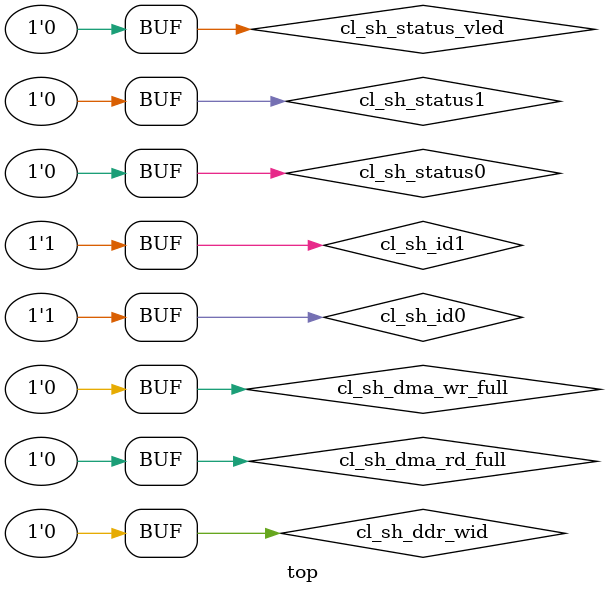
<source format=sv>

module top(
`include "cl_ports.vh"
);

    //
    // clock & reset

    wire       clk_sh   =  clk_main_a0;
    wire       rst_sh_n =  rst_main_n;

    wire       clk_cl;
    reg  [1:0] rst_cl_q;
    wire       rst_cl_n =  rst_cl_q[1];
    wire       rst_cl   = ~rst_cl_n;

    always_ff @(posedge clk_cl or negedge rst_sh_n)
        if (~rst_sh_n)
            rst_cl_q <=  2'b0;
        else
            rst_cl_q <= {rst_cl_q[0], ~sh_cl_flr_assert};

    clk_wiz
    u_clk_wiz (.clk_in  (clk_sh  ),
               .clk_out (clk_cl  ),
               .rst_n   (rst_sh_n));

    // back to sh
    reg  [1:0] flr_q;

    always_ff @(posedge clk_sh or negedge rst_sh_n)
        if (~rst_sh_n)
            flr_q <=  2'b0;
        else
            flr_q <= {flr_q[0], rst_cl};

    // pulse
    assign cl_sh_flr_done = flr_q[0] & ~flr_q[1];


    //
    // instantiations

    wire         ocl_arvalid;
    wire         ocl_arready;
    wire [ 31:0] ocl_araddr;
    wire         ocl_rvalid;
    wire         ocl_rready;
    wire [ 31:0] ocl_rdata;
    wire [  1:0] ocl_rresp;
    wire         ocl_awvalid;
    wire         ocl_awready;
    wire [ 31:0] ocl_awaddr;
    wire         ocl_wvalid;
    wire         ocl_wready;
    wire [ 31:0] ocl_wdata;
    wire [  3:0] ocl_wstrb;
    wire         ocl_bvalid;
    wire         ocl_bready;
    wire [  1:0] ocl_bresp;

    wire         dma_arvalid;
    wire         dma_arready;
    wire [  3:0] dma_arid;
    wire [ 63:0] dma_araddr;
    wire [  7:0] dma_arlen;
    wire [  2:0] dma_arsize;
    wire         dma_rvalid;
    wire         dma_rready;
    wire [  3:0] dma_rid;
    wire [511:0] dma_rdata;
    wire [  1:0] dma_rresp;
    wire         dma_rlast;
    wire         dma_awvalid;
    wire         dma_awready;
    wire [  3:0] dma_awid;
    wire [ 63:0] dma_awaddr;
    wire [  7:0] dma_awlen;
    wire [  2:0] dma_awsize;
    wire         dma_wvalid;
    wire         dma_wready;
    wire [511:0] dma_wdata;
    wire [ 63:0] dma_wstrb;
    wire         dma_wlast;
    wire         dma_bvalid;
    wire         dma_bready;
    wire [  3:0] dma_bid;
    wire [  1:0] dma_bresp;

    wire         mem_arvalid;
    wire         mem_arready;
    wire [ 15:0] mem_arid;
    wire [ 33:0] mem_araddr;
    wire [  7:0] mem_arlen;
    wire [  2:0] mem_arsize;
    wire [  1:0] mem_arburst;
    wire         mem_rvalid;
    wire         mem_rready;
    wire [ 15:0] mem_rid;
    wire [511:0] mem_rdata;
    wire [  1:0] mem_rresp;
    wire         mem_rlast;
    wire         mem_awvalid;
    wire         mem_awready;
    wire [ 15:0] mem_awid;
    wire [ 33:0] mem_awaddr;
    wire [  7:0] mem_awlen;
    wire [  2:0] mem_awsize;
    wire [  1:0] mem_awburst;
    wire         mem_wvalid;
    wire         mem_wready;
    wire [511:0] mem_wdata;
    wire [ 63:0] mem_wstrb;
    wire         mem_wlast;
    wire         mem_bvalid;
    wire         mem_bready;
    wire [ 15:0] mem_bid;
    wire [  1:0] mem_bresp;

    axi_clk_ocl
    u_axi_clk_ocl (.s_axi_aclk               (clk_sh                ),
                   .s_axi_aresetn            (rst_sh_n              ),
                   .s_axi_awaddr             (sh_ocl_awaddr         ),
                   .s_axi_awprot             (3'b0                  ),
                   .s_axi_awvalid            (sh_ocl_awvalid        ),
                   .s_axi_awready            (ocl_sh_awready        ),
                   .s_axi_wdata              (sh_ocl_wdata          ),
                   .s_axi_wstrb              (sh_ocl_wstrb          ),
                   .s_axi_wvalid             (sh_ocl_wvalid         ),
                   .s_axi_wready             (ocl_sh_wready         ),
                   .s_axi_bresp              (ocl_sh_bresp          ),
                   .s_axi_bvalid             (ocl_sh_bvalid         ),
                   .s_axi_bready             (sh_ocl_bready         ),
                   .s_axi_araddr             (sh_ocl_araddr         ),
                   .s_axi_arprot             (3'b0                  ),
                   .s_axi_arvalid            (sh_ocl_arvalid        ),
                   .s_axi_arready            (ocl_sh_arready        ),
                   .s_axi_rdata              (ocl_sh_rdata          ),
                   .s_axi_rresp              (ocl_sh_rresp          ),
                   .s_axi_rvalid             (ocl_sh_rvalid         ),
                   .s_axi_rready             (sh_ocl_rready         ),
                   .m_axi_aclk               (clk_cl                ),
                   .m_axi_aresetn            (rst_cl_n              ),
                   .m_axi_awaddr             (ocl_awaddr            ),
                   .m_axi_awprot             (                      ),
                   .m_axi_awvalid            (ocl_awvalid           ),
                   .m_axi_awready            (ocl_awready           ),
                   .m_axi_wdata              (ocl_wdata             ),
                   .m_axi_wstrb              (ocl_wstrb             ),
                   .m_axi_wvalid             (ocl_wvalid            ),
                   .m_axi_wready             (ocl_wready            ),
                   .m_axi_bresp              (ocl_bresp             ),
                   .m_axi_bvalid             (ocl_bvalid            ),
                   .m_axi_bready             (ocl_bready            ),
                   .m_axi_araddr             (ocl_araddr            ),
                   .m_axi_arprot             (                      ),
                   .m_axi_arvalid            (ocl_arvalid           ),
                   .m_axi_arready            (ocl_arready           ),
                   .m_axi_rdata              (ocl_rdata             ),
                   .m_axi_rresp              (ocl_rresp             ),
                   .m_axi_rvalid             (ocl_rvalid            ),
                   .m_axi_rready             (ocl_rready            ));

    axi_clk_dma
    u_axi_clk_dma (.s_axi_aclk               (clk_sh                ),
                   .s_axi_aresetn            (rst_sh_n              ),
                   .s_axi_awid               (sh_cl_dma_pcis_awid   ),
                   .s_axi_awaddr             (sh_cl_dma_pcis_awaddr ),
                   .s_axi_awlen              (sh_cl_dma_pcis_awlen  ),
                   .s_axi_awsize             (sh_cl_dma_pcis_awsize ),
                   .s_axi_awburst            (2'b1                  ),
                   .s_axi_awlock             (1'b0                  ),
                   .s_axi_awcache            (4'b0                  ),
                   .s_axi_awprot             (3'b0                  ),
                   .s_axi_awregion           (4'b0                  ),
                   .s_axi_awqos              (4'b0                  ),
                   .s_axi_awvalid            (sh_cl_dma_pcis_awvalid),
                   .s_axi_awready            (cl_sh_dma_pcis_awready),
                   .s_axi_wdata              (sh_cl_dma_pcis_wdata  ),
                   .s_axi_wstrb              (sh_cl_dma_pcis_wstrb  ),
                   .s_axi_wlast              (sh_cl_dma_pcis_wlast  ),
                   .s_axi_wvalid             (sh_cl_dma_pcis_wvalid ),
                   .s_axi_wready             (cl_sh_dma_pcis_wready ),
                   .s_axi_bid                (cl_sh_dma_pcis_bid    ),
                   .s_axi_bresp              (cl_sh_dma_pcis_bresp  ),
                   .s_axi_bvalid             (cl_sh_dma_pcis_bvalid ),
                   .s_axi_bready             (sh_cl_dma_pcis_bready ),
                   .s_axi_arid               (sh_cl_dma_pcis_arid   ),
                   .s_axi_araddr             (sh_cl_dma_pcis_araddr ),
                   .s_axi_arlen              (sh_cl_dma_pcis_arlen  ),
                   .s_axi_arsize             (sh_cl_dma_pcis_arsize ),
                   .s_axi_arburst            (2'b1                  ),
                   .s_axi_arlock             (1'b0                  ),
                   .s_axi_arcache            (4'b0                  ),
                   .s_axi_arprot             (3'b0                  ),
                   .s_axi_arregion           (4'b0                  ),
                   .s_axi_arqos              (4'b0                  ),
                   .s_axi_arvalid            (sh_cl_dma_pcis_arvalid),
                   .s_axi_arready            (cl_sh_dma_pcis_arready),
                   .s_axi_rid                (cl_sh_dma_pcis_rid    ),
                   .s_axi_rdata              (cl_sh_dma_pcis_rdata  ),
                   .s_axi_rresp              (cl_sh_dma_pcis_rresp  ),
                   .s_axi_rlast              (cl_sh_dma_pcis_rlast  ),
                   .s_axi_rvalid             (cl_sh_dma_pcis_rvalid ),
                   .s_axi_rready             (sh_cl_dma_pcis_rready ),
                   .m_axi_aclk               (clk_cl                ),
                   .m_axi_aresetn            (rst_cl_n              ),
                   .m_axi_awid               (dma_awid              ),
                   .m_axi_awaddr             (dma_awaddr            ),
                   .m_axi_awlen              (dma_awlen             ),
                   .m_axi_awsize             (dma_awsize            ),
                   .m_axi_awburst            (                      ),
                   .m_axi_awlock             (                      ),
                   .m_axi_awcache            (                      ),
                   .m_axi_awprot             (                      ),
                   .m_axi_awregion           (                      ),
                   .m_axi_awqos              (                      ),
                   .m_axi_awvalid            (dma_awvalid           ),
                   .m_axi_awready            (dma_awready           ),
                   .m_axi_wdata              (dma_wdata             ),
                   .m_axi_wstrb              (dma_wstrb             ),
                   .m_axi_wlast              (dma_wlast             ),
                   .m_axi_wvalid             (dma_wvalid            ),
                   .m_axi_wready             (dma_wready            ),
                   .m_axi_bid                (dma_bid               ),
                   .m_axi_bresp              (dma_bresp             ),
                   .m_axi_bvalid             (dma_bvalid            ),
                   .m_axi_bready             (dma_bready            ),
                   .m_axi_arid               (dma_arid              ),
                   .m_axi_araddr             (dma_araddr            ),
                   .m_axi_arlen              (dma_arlen             ),
                   .m_axi_arsize             (dma_arsize            ),
                   .m_axi_arburst            (                      ),
                   .m_axi_arlock             (                      ),
                   .m_axi_arcache            (                      ),
                   .m_axi_arprot             (                      ),
                   .m_axi_arregion           (                      ),
                   .m_axi_arqos              (                      ),
                   .m_axi_arvalid            (dma_arvalid           ),
                   .m_axi_arready            (dma_arready           ),
                   .m_axi_rid                (dma_rid               ),
                   .m_axi_rdata              (dma_rdata             ),
                   .m_axi_rresp              (dma_rresp             ),
                   .m_axi_rlast              (dma_rlast             ),
                   .m_axi_rvalid             (dma_rvalid            ),
                   .m_axi_rready             (dma_rready            ));

    assign cl_sh_dma_rd_full = 1'b0;
    assign cl_sh_dma_wr_full = 1'b0;

    axi_clk_mem
    u_axi_clk_mem (.s_axi_aclk               (clk_cl                ),
                   .s_axi_aresetn            (rst_cl_n              ),
                   .s_axi_awid               (mem_awid              ),
                   .s_axi_awaddr             (mem_awaddr            ),
                   .s_axi_awlen              (mem_awlen             ),
                   .s_axi_awsize             (mem_awsize            ),
                   .s_axi_awburst            (mem_awburst           ),
                   .s_axi_awlock             (1'b0                  ),
                   .s_axi_awcache            (4'b0                  ),
                   .s_axi_awprot             (3'b0                  ),
                   .s_axi_awregion           (4'b0                  ),
                   .s_axi_awqos              (4'b0                  ),
                   .s_axi_awvalid            (mem_awvalid           ),
                   .s_axi_awready            (mem_awready           ),
                   .s_axi_wdata              (mem_wdata             ),
                   .s_axi_wstrb              (mem_wstrb             ),
                   .s_axi_wlast              (mem_wlast             ),
                   .s_axi_wvalid             (mem_wvalid            ),
                   .s_axi_wready             (mem_wready            ),
                   .s_axi_bid                (mem_bid               ),
                   .s_axi_bresp              (mem_bresp             ),
                   .s_axi_bvalid             (mem_bvalid            ),
                   .s_axi_bready             (mem_bready            ),
                   .s_axi_arid               (mem_arid              ),
                   .s_axi_araddr             (mem_araddr            ),
                   .s_axi_arlen              (mem_arlen             ),
                   .s_axi_arsize             (mem_arsize            ),
                   .s_axi_arburst            (mem_arburst           ),
                   .s_axi_arlock             (1'b0                  ),
                   .s_axi_arcache            (4'b0                  ),
                   .s_axi_arprot             (3'b0                  ),
                   .s_axi_arregion           (4'b0                  ),
                   .s_axi_arqos              (4'b0                  ),
                   .s_axi_arvalid            (mem_arvalid           ),
                   .s_axi_arready            (mem_arready           ),
                   .s_axi_rid                (mem_rid               ),
                   .s_axi_rdata              (mem_rdata             ),
                   .s_axi_rresp              (mem_rresp             ),
                   .s_axi_rlast              (mem_rlast             ),
                   .s_axi_rvalid             (mem_rvalid            ),
                   .s_axi_rready             (mem_rready            ),
                   .m_axi_aclk               (clk_sh                ),
                   .m_axi_aresetn            (rst_sh_n              ),
                   .m_axi_awid               (cl_sh_ddr_awid        ),
                   .m_axi_awaddr             (cl_sh_ddr_awaddr[33:0]),
                   .m_axi_awlen              (cl_sh_ddr_awlen       ),
                   .m_axi_awsize             (cl_sh_ddr_awsize      ),
                   .m_axi_awburst            (cl_sh_ddr_awburst     ),
                   .m_axi_awlock             (                      ),
                   .m_axi_awcache            (                      ),
                   .m_axi_awprot             (                      ),
                   .m_axi_awregion           (                      ),
                   .m_axi_awqos              (                      ),
                   .m_axi_awvalid            (cl_sh_ddr_awvalid     ),
                   .m_axi_awready            (sh_cl_ddr_awready     ),
                   .m_axi_wdata              (cl_sh_ddr_wdata       ),
                   .m_axi_wstrb              (cl_sh_ddr_wstrb       ),
                   .m_axi_wlast              (cl_sh_ddr_wlast       ),
                   .m_axi_wvalid             (cl_sh_ddr_wvalid      ),
                   .m_axi_wready             (sh_cl_ddr_wready      ),
                   .m_axi_bid                (sh_cl_ddr_bid         ),
                   .m_axi_bresp              (sh_cl_ddr_bresp       ),
                   .m_axi_bvalid             (sh_cl_ddr_bvalid      ),
                   .m_axi_bready             (cl_sh_ddr_bready      ),
                   .m_axi_arid               (cl_sh_ddr_arid        ),
                   .m_axi_araddr             (cl_sh_ddr_araddr[33:0]),
                   .m_axi_arlen              (cl_sh_ddr_arlen       ),
                   .m_axi_arsize             (cl_sh_ddr_arsize      ),
                   .m_axi_arburst            (cl_sh_ddr_arburst     ),
                   .m_axi_arlock             (                      ),
                   .m_axi_arcache            (                      ),
                   .m_axi_arprot             (                      ),
                   .m_axi_arregion           (                      ),
                   .m_axi_arqos              (                      ),
                   .m_axi_arvalid            (cl_sh_ddr_arvalid     ),
                   .m_axi_arready            (sh_cl_ddr_arready     ),
                   .m_axi_rid                (sh_cl_ddr_rid         ),
                   .m_axi_rdata              (sh_cl_ddr_rdata       ),
                   .m_axi_rresp              (sh_cl_ddr_rresp       ),
                   .m_axi_rlast              (sh_cl_ddr_rlast       ),
                   .m_axi_rvalid             (sh_cl_ddr_rvalid      ),
                   .m_axi_rready             (cl_sh_ddr_rready      ));

    assign cl_sh_ddr_araddr[63:34] = 30'b0;
    assign cl_sh_ddr_awaddr[63:34] = 30'b0;
    assign cl_sh_ddr_wid           = 16'b0;

    F1Shim
    u_dut         (.clock                    (clk_cl                ),
                   .reset                    (rst_cl                ),
                   .io_master_aw_ready       (ocl_awready           ),
                   .io_master_aw_valid       (ocl_awvalid           ),
                   .io_master_aw_bits_addr   (ocl_awaddr            ),
                   .io_master_aw_bits_len    (8'b0                  ),
                   .io_master_aw_bits_size   (3'h2                  ),
                   .io_master_aw_bits_burst  (2'b1                  ),
                   .io_master_aw_bits_lock   (1'b0                  ),
                   .io_master_aw_bits_cache  (4'b0                  ),
                   .io_master_aw_bits_prot   (3'b0                  ),
                   .io_master_aw_bits_qos    (4'b0                  ),
                   .io_master_aw_bits_region (4'b0                  ),
                   .io_master_aw_bits_user   (1'b0                  ),
                   .io_master_w_ready        (ocl_wready            ),
                   .io_master_w_valid        (ocl_wvalid            ),
                   .io_master_w_bits_data    (ocl_wdata             ),
                   .io_master_w_bits_last    (1'b1                  ),
                   .io_master_w_bits_strb    (ocl_wstrb             ),
                   .io_master_w_bits_user    (1'b0                  ),
                   .io_master_b_ready        (ocl_bready            ),
                   .io_master_b_valid        (ocl_bvalid            ),
                   .io_master_b_bits_resp    (ocl_bresp             ),
                   .io_master_b_bits_user    (                      ),
                   .io_master_ar_ready       (ocl_arready           ),
                   .io_master_ar_valid       (ocl_arvalid           ),
                   .io_master_ar_bits_addr   (ocl_araddr            ),
                   .io_master_ar_bits_len    (8'b0                  ),
                   .io_master_ar_bits_size   (3'h2                  ),
                   .io_master_ar_bits_burst  (2'b1                  ),
                   .io_master_ar_bits_lock   (1'b0                  ),
                   .io_master_ar_bits_cache  (4'b0                  ),
                   .io_master_ar_bits_prot   (3'b0                  ),
                   .io_master_ar_bits_qos    (4'b0                  ),
                   .io_master_ar_bits_region (4'b0                  ),
                   .io_master_ar_bits_user   (1'b0                  ),
                   .io_master_r_ready        (ocl_rready            ),
                   .io_master_r_valid        (ocl_rvalid            ),
                   .io_master_r_bits_resp    (ocl_rresp             ),
                   .io_master_r_bits_data    (ocl_rdata             ),
                   .io_master_r_bits_last    (                      ),
                   .io_master_r_bits_user    (                      ),
                   .io_dma_aw_ready          (dma_awready           ),
                   .io_dma_aw_valid          (dma_awvalid           ),
                   .io_dma_aw_bits_addr      (dma_awaddr            ),
                   .io_dma_aw_bits_len       (dma_awlen             ),
                   .io_dma_aw_bits_size      (dma_awsize            ),
                   .io_dma_aw_bits_burst     (2'b1                  ),
                   .io_dma_aw_bits_lock      (1'b0                  ),
                   .io_dma_aw_bits_cache     (4'b0                  ),
                   .io_dma_aw_bits_prot      (3'b0                  ),
                   .io_dma_aw_bits_qos       (4'b0                  ),
                   .io_dma_aw_bits_region    (4'b0                  ),
                   .io_dma_aw_bits_id        (dma_awid              ),
                   .io_dma_aw_bits_user      (1'b0                  ),
                   .io_dma_w_ready           (dma_wready            ),
                   .io_dma_w_valid           (dma_wvalid            ),
                   .io_dma_w_bits_data       (dma_wdata             ),
                   .io_dma_w_bits_last       (dma_wlast             ),
                   .io_dma_w_bits_id         (                      ),
                   .io_dma_w_bits_strb       (dma_wstrb             ),
                   .io_dma_w_bits_user       (1'b0                  ),
                   .io_dma_b_ready           (dma_bready            ),
                   .io_dma_b_valid           (dma_bvalid            ),
                   .io_dma_b_bits_resp       (dma_bresp             ),
                   .io_dma_b_bits_id         (dma_bid               ),
                   .io_dma_b_bits_user       (                      ),
                   .io_dma_ar_ready          (dma_arready           ),
                   .io_dma_ar_valid          (dma_arvalid           ),
                   .io_dma_ar_bits_addr      (dma_araddr            ),
                   .io_dma_ar_bits_len       (dma_arlen             ),
                   .io_dma_ar_bits_size      (dma_arsize            ),
                   .io_dma_ar_bits_burst     (2'b1                  ),
                   .io_dma_ar_bits_lock      (1'b0                  ),
                   .io_dma_ar_bits_cache     (4'b0                  ),
                   .io_dma_ar_bits_prot      (3'b0                  ),
                   .io_dma_ar_bits_qos       (4'b0                  ),
                   .io_dma_ar_bits_region    (4'b0                  ),
                   .io_dma_ar_bits_id        (dma_arid              ),
                   .io_dma_ar_bits_user      (1'b0                  ),
                   .io_dma_r_ready           (dma_rready            ),
                   .io_dma_r_valid           (dma_rvalid            ),
                   .io_dma_r_bits_resp       (dma_rresp             ),
                   .io_dma_r_bits_data       (dma_rdata             ),
                   .io_dma_r_bits_last       (dma_rlast             ),
                   .io_dma_r_bits_id         (dma_rid               ),
                   .io_dma_r_bits_user       (                      ),
                   .io_slave_3_aw_ready      (1'b1                  ),
                   .io_slave_3_aw_valid      (                      ),
                   .io_slave_3_aw_bits_id    (                      ),
                   .io_slave_3_aw_bits_addr  (                      ),
                   .io_slave_3_aw_bits_len   (                      ),
                   .io_slave_3_aw_bits_size  (                      ),
                   .io_slave_3_aw_bits_burst (                      ),
                   .io_slave_3_aw_bits_lock  (                      ),
                   .io_slave_3_aw_bits_cache (                      ),
                   .io_slave_3_aw_bits_prot  (                      ),
                   .io_slave_3_aw_bits_qos   (                      ),
                   .io_slave_3_w_ready       (1'b1                  ),
                   .io_slave_3_w_valid       (                      ),
                   .io_slave_3_w_bits_data   (                      ),
                   .io_slave_3_w_bits_strb   (                      ),
                   .io_slave_3_w_bits_last   (                      ),
                   .io_slave_3_b_ready       (                      ),
                   .io_slave_3_b_valid       (1'b0                  ),
                   .io_slave_3_b_bits_id     (                      ),
                   .io_slave_3_b_bits_resp   (                      ),
                   .io_slave_3_ar_ready      (1'b1                  ),
                   .io_slave_3_ar_valid      (                      ),
                   .io_slave_3_ar_bits_id    (                      ),
                   .io_slave_3_ar_bits_addr  (                      ),
                   .io_slave_3_ar_bits_len   (                      ),
                   .io_slave_3_ar_bits_size  (                      ),
                   .io_slave_3_ar_bits_burst (                      ),
                   .io_slave_3_ar_bits_lock  (                      ),
                   .io_slave_3_ar_bits_cache (                      ),
                   .io_slave_3_ar_bits_prot  (                      ),
                   .io_slave_3_ar_bits_qos   (                      ),
                   .io_slave_3_r_ready       (                      ),
                   .io_slave_3_r_valid       (1'b0                  ),
                   .io_slave_3_r_bits_id     (                      ),
                   .io_slave_3_r_bits_data   (                      ),
                   .io_slave_3_r_bits_resp   (                      ),
                   .io_slave_3_r_bits_last   (                      ),
                   .io_slave_2_aw_ready      (1'b1                  ),
                   .io_slave_2_aw_valid      (                      ),
                   .io_slave_2_aw_bits_id    (                      ),
                   .io_slave_2_aw_bits_addr  (                      ),
                   .io_slave_2_aw_bits_len   (                      ),
                   .io_slave_2_aw_bits_size  (                      ),
                   .io_slave_2_aw_bits_burst (                      ),
                   .io_slave_2_aw_bits_lock  (                      ),
                   .io_slave_2_aw_bits_cache (                      ),
                   .io_slave_2_aw_bits_prot  (                      ),
                   .io_slave_2_aw_bits_qos   (                      ),
                   .io_slave_2_w_ready       (1'b1                  ),
                   .io_slave_2_w_valid       (                      ),
                   .io_slave_2_w_bits_data   (                      ),
                   .io_slave_2_w_bits_strb   (                      ),
                   .io_slave_2_w_bits_last   (                      ),
                   .io_slave_2_b_ready       (                      ),
                   .io_slave_2_b_valid       (1'b0                  ),
                   .io_slave_2_b_bits_id     (                      ),
                   .io_slave_2_b_bits_resp   (                      ),
                   .io_slave_2_ar_ready      (1'b1                  ),
                   .io_slave_2_ar_valid      (                      ),
                   .io_slave_2_ar_bits_id    (                      ),
                   .io_slave_2_ar_bits_addr  (                      ),
                   .io_slave_2_ar_bits_len   (                      ),
                   .io_slave_2_ar_bits_size  (                      ),
                   .io_slave_2_ar_bits_burst (                      ),
                   .io_slave_2_ar_bits_lock  (                      ),
                   .io_slave_2_ar_bits_cache (                      ),
                   .io_slave_2_ar_bits_prot  (                      ),
                   .io_slave_2_ar_bits_qos   (                      ),
                   .io_slave_2_r_ready       (                      ),
                   .io_slave_2_r_valid       (1'b0                  ),
                   .io_slave_2_r_bits_id     (                      ),
                   .io_slave_2_r_bits_data   (                      ),
                   .io_slave_2_r_bits_resp   (                      ),
                   .io_slave_2_r_bits_last   (                      ),
                   .io_slave_1_aw_ready      (1'b1                  ),
                   .io_slave_1_aw_valid      (                      ),
                   .io_slave_1_aw_bits_id    (                      ),
                   .io_slave_1_aw_bits_addr  (                      ),
                   .io_slave_1_aw_bits_len   (                      ),
                   .io_slave_1_aw_bits_size  (                      ),
                   .io_slave_1_aw_bits_burst (                      ),
                   .io_slave_1_aw_bits_lock  (                      ),
                   .io_slave_1_aw_bits_cache (                      ),
                   .io_slave_1_aw_bits_prot  (                      ),
                   .io_slave_1_aw_bits_qos   (                      ),
                   .io_slave_1_w_ready       (1'b1                  ),
                   .io_slave_1_w_valid       (                      ),
                   .io_slave_1_w_bits_data   (                      ),
                   .io_slave_1_w_bits_strb   (                      ),
                   .io_slave_1_w_bits_last   (                      ),
                   .io_slave_1_b_ready       (                      ),
                   .io_slave_1_b_valid       (1'b0                  ),
                   .io_slave_1_b_bits_id     (                      ),
                   .io_slave_1_b_bits_resp   (                      ),
                   .io_slave_1_ar_ready      (1'b1                  ),
                   .io_slave_1_ar_valid      (                      ),
                   .io_slave_1_ar_bits_id    (                      ),
                   .io_slave_1_ar_bits_addr  (                      ),
                   .io_slave_1_ar_bits_len   (                      ),
                   .io_slave_1_ar_bits_size  (                      ),
                   .io_slave_1_ar_bits_burst (                      ),
                   .io_slave_1_ar_bits_lock  (                      ),
                   .io_slave_1_ar_bits_cache (                      ),
                   .io_slave_1_ar_bits_prot  (                      ),
                   .io_slave_1_ar_bits_qos   (                      ),
                   .io_slave_1_r_ready       (                      ),
                   .io_slave_1_r_valid       (1'b0                  ),
                   .io_slave_1_r_bits_id     (                      ),
                   .io_slave_1_r_bits_data   (                      ),
                   .io_slave_1_r_bits_resp   (                      ),
                   .io_slave_1_r_bits_last   (                      ),
                   .io_slave_0_aw_ready      (mem_awready           ),
                   .io_slave_0_aw_valid      (mem_awvalid           ),
                   .io_slave_0_aw_bits_id    (mem_awid              ),
                   .io_slave_0_aw_bits_addr  (mem_awaddr            ),
                   .io_slave_0_aw_bits_len   (mem_awlen             ),
                   .io_slave_0_aw_bits_size  (mem_awsize            ),
                   .io_slave_0_aw_bits_burst (mem_awburst           ),
                   .io_slave_0_aw_bits_lock  (                      ),
                   .io_slave_0_aw_bits_cache (                      ),
                   .io_slave_0_aw_bits_prot  (                      ),
                   .io_slave_0_aw_bits_qos   (                      ),
                   .io_slave_0_w_ready       (mem_wready            ),
                   .io_slave_0_w_valid       (mem_wvalid            ),
                   .io_slave_0_w_bits_data   (mem_wdata             ),
                   .io_slave_0_w_bits_strb   (mem_wstrb             ),
                   .io_slave_0_w_bits_last   (mem_wlast             ),
                   .io_slave_0_b_ready       (mem_bready            ),
                   .io_slave_0_b_valid       (mem_bvalid            ),
                   .io_slave_0_b_bits_id     (mem_bid               ),
                   .io_slave_0_b_bits_resp   (mem_bresp             ),
                   .io_slave_0_ar_ready      (mem_arready           ),
                   .io_slave_0_ar_valid      (mem_arvalid           ),
                   .io_slave_0_ar_bits_id    (mem_arid              ),
                   .io_slave_0_ar_bits_addr  (mem_araddr            ),
                   .io_slave_0_ar_bits_len   (mem_arlen             ),
                   .io_slave_0_ar_bits_size  (mem_arsize            ),
                   .io_slave_0_ar_bits_burst (mem_arburst           ),
                   .io_slave_0_ar_bits_lock  (                      ),
                   .io_slave_0_ar_bits_cache (                      ),
                   .io_slave_0_ar_bits_prot  (                      ),
                   .io_slave_0_ar_bits_qos   (                      ),
                   .io_slave_0_r_ready       (mem_rready            ),
                   .io_slave_0_r_valid       (mem_rvalid            ),
                   .io_slave_0_r_bits_id     (mem_rid               ),
                   .io_slave_0_r_bits_data   (mem_rdata             ),
                   .io_slave_0_r_bits_resp   (mem_rresp             ),
                   .io_slave_0_r_bits_last   (mem_rlast             ));

    cl_debug_bridge
    u_dbg         (.clk                      (clk_sh                ),
                   .S_BSCAN_drck             (drck                  ),
                   .S_BSCAN_shift            (shift                 ),
                   .S_BSCAN_tdi              (tdi                   ),
                   .S_BSCAN_update           (update                ),
                   .S_BSCAN_sel              (sel                   ),
                   .S_BSCAN_tdo              (tdo                   ),
                   .S_BSCAN_tms              (tms                   ),
                   .S_BSCAN_tck              (tck                   ),
                   .S_BSCAN_runtest          (runtest               ),
                   .S_BSCAN_reset            (reset                 ),
                   .S_BSCAN_capture          (capture               ),
                   .S_BSCAN_bscanid_en       (bscanid_en            ));


    //
    // tie-offs

    wire rst_main_n_sync = rst_main_n;

`include "unused_apppf_irq_template.inc"
`include "unused_cl_sda_template.inc"
`include "unused_ddr_a_b_d_template.inc"
`include "unused_pcim_template.inc"
`include "unused_sh_bar1_template.inc"

    assign cl_sh_status0     = 32'b0;
    assign cl_sh_status1     = 32'b0;
    assign cl_sh_id0         = 32'hf0001d0f;
    assign cl_sh_id1         = 32'h1d51fedd;
    assign cl_sh_status_vled = 16'b0;

endmodule

</source>
